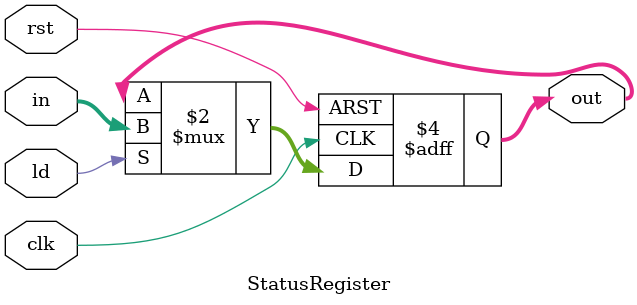
<source format=v>
module StatusRegister(
    clk,
    rst,
    ld,
    in,
    out
);
    input clk;
    input rst;
    input ld;
    input [3:0] in;
    output reg [3:0] out;
    always@(negedge clk, posedge rst) 
	begin
		if (rst) 
            out <= 0;
		else 
        if (ld) 
            out <= in;
	end
endmodule
</source>
